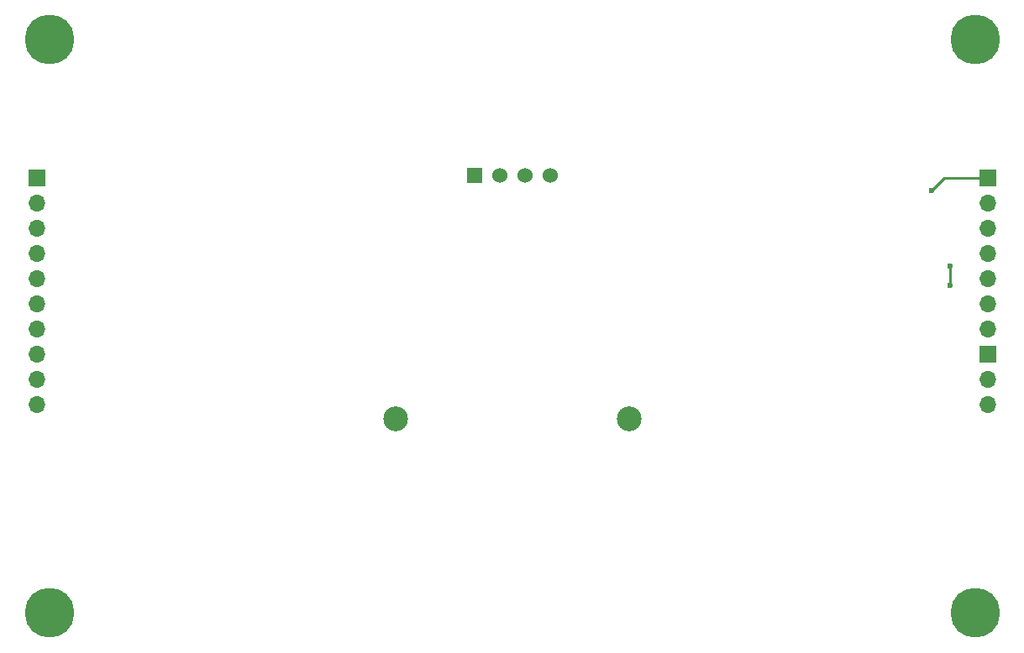
<source format=gtl>
G04 #@! TF.GenerationSoftware,KiCad,Pcbnew,(5.1.8)-1*
G04 #@! TF.CreationDate,2022-02-20T19:10:46+01:00*
G04 #@! TF.ProjectId,PlayOnTape Faceplate A1,506c6179-4f6e-4546-9170-652046616365,rev?*
G04 #@! TF.SameCoordinates,Original*
G04 #@! TF.FileFunction,Copper,L1,Top*
G04 #@! TF.FilePolarity,Positive*
%FSLAX46Y46*%
G04 Gerber Fmt 4.6, Leading zero omitted, Abs format (unit mm)*
G04 Created by KiCad (PCBNEW (5.1.8)-1) date 2022-02-20 19:10:46*
%MOMM*%
%LPD*%
G01*
G04 APERTURE LIST*
G04 #@! TA.AperFunction,ComponentPad*
%ADD10O,1.700000X1.700000*%
G04 #@! TD*
G04 #@! TA.AperFunction,ComponentPad*
%ADD11R,1.700000X1.700000*%
G04 #@! TD*
G04 #@! TA.AperFunction,WasherPad*
%ADD12C,2.500000*%
G04 #@! TD*
G04 #@! TA.AperFunction,ComponentPad*
%ADD13R,1.524000X1.524000*%
G04 #@! TD*
G04 #@! TA.AperFunction,ComponentPad*
%ADD14C,1.524000*%
G04 #@! TD*
G04 #@! TA.AperFunction,ComponentPad*
%ADD15C,5.000000*%
G04 #@! TD*
G04 #@! TA.AperFunction,ViaPad*
%ADD16C,0.600000*%
G04 #@! TD*
G04 #@! TA.AperFunction,Conductor*
%ADD17C,0.250000*%
G04 #@! TD*
G04 APERTURE END LIST*
D10*
X72390000Y-118110000D03*
X72390000Y-115570000D03*
X72390000Y-113030000D03*
X72390000Y-110490000D03*
X72390000Y-107950000D03*
X72390000Y-105410000D03*
X72390000Y-102870000D03*
X72390000Y-100330000D03*
X72390000Y-97790000D03*
D11*
X72390000Y-95250000D03*
D12*
X132085000Y-119500000D03*
X108585000Y-119500000D03*
D13*
X116525000Y-95000000D03*
D14*
X119065000Y-95000000D03*
X121605000Y-95000000D03*
X124145000Y-95000000D03*
D11*
X168275000Y-95250000D03*
D10*
X168275000Y-97790000D03*
X168275000Y-100330000D03*
X168275000Y-102870000D03*
X168275000Y-105410000D03*
X168275000Y-107950000D03*
X168275000Y-110490000D03*
D15*
X73660000Y-139065000D03*
X167005000Y-139065000D03*
X167005000Y-81280000D03*
X73660000Y-81280000D03*
D11*
X168275000Y-113030000D03*
D10*
X168275000Y-115570000D03*
X168275000Y-118110000D03*
D16*
X162560000Y-96520000D03*
X164465000Y-106045000D03*
X164465000Y-104140000D03*
D17*
X163830000Y-95250000D02*
X162560000Y-96520000D01*
X168275000Y-95250000D02*
X163830000Y-95250000D01*
X164465000Y-106045000D02*
X164465000Y-104140000D01*
M02*

</source>
